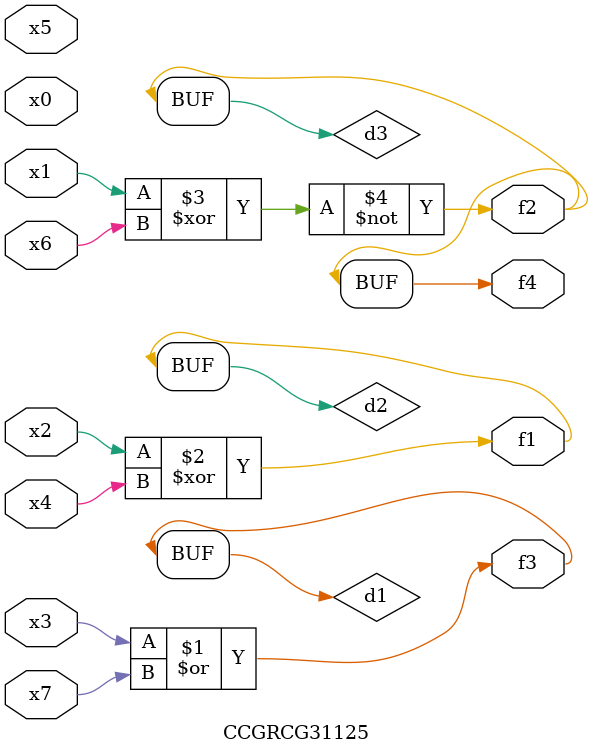
<source format=v>
module CCGRCG31125(
	input x0, x1, x2, x3, x4, x5, x6, x7,
	output f1, f2, f3, f4
);

	wire d1, d2, d3;

	or (d1, x3, x7);
	xor (d2, x2, x4);
	xnor (d3, x1, x6);
	assign f1 = d2;
	assign f2 = d3;
	assign f3 = d1;
	assign f4 = d3;
endmodule

</source>
